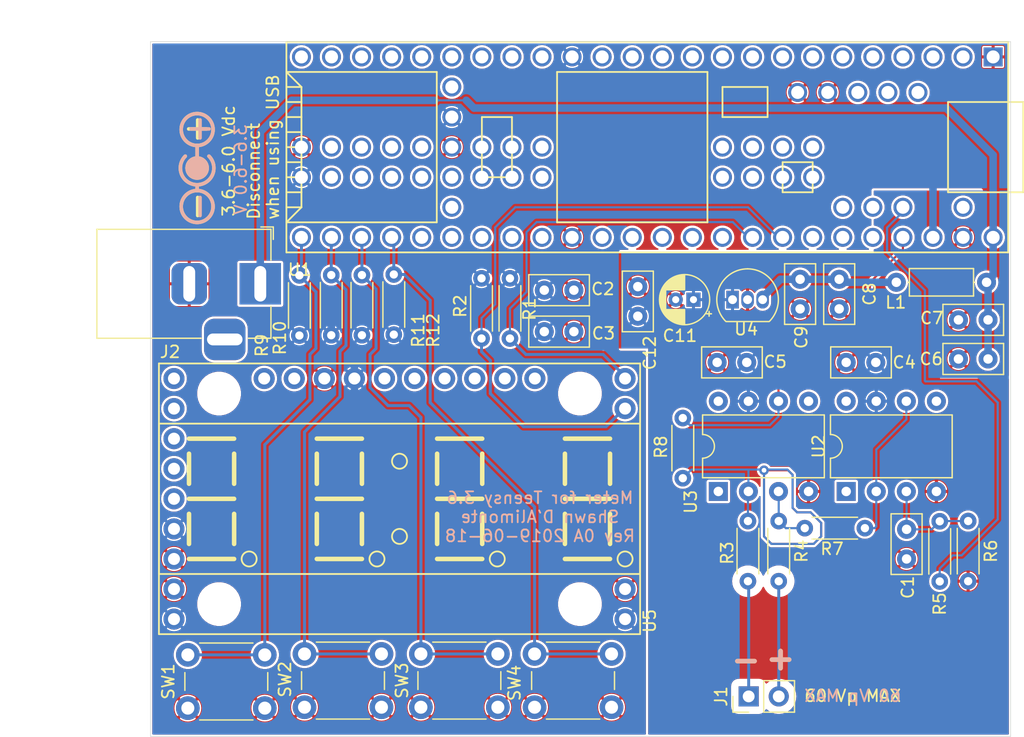
<source format=kicad_pcb>
(kicad_pcb (version 20171130) (host pcbnew "(5.1.2)-1")
  (layers (0 F.Cu signal) (31 B.Cu signal) (34 B.Paste user) (35 F.Paste user) (36 B.SilkS user) (37 F.SilkS user) (38 B.Mask user) (39 F.Mask user) (44 Edge.Cuts user))
  (net 0 "")
  (net 1 GNDA)
  (net 2 "Net-(C1-Pad1)")
  (net 3 GND)
  (net 4 +3V3)
  (net 5 +3.3VA)
  (net 6 +5V)
  (net 7 +5VA)
  (net 8 /INN)
  (net 9 /INP)
  (net 10 /SCL)
  (net 11 /SDA)
  (net 12 "Net-(R3-Pad1)")
  (net 13 "Net-(R4-Pad1)")
  (net 14 /AREF)
  (net 15 /MID)
  (net 16 /A9)
  (net 17 "Net-(R9-Pad2)")
  (net 18 "Net-(R10-Pad2)")
  (net 19 "Net-(R11-Pad2)")
  (net 20 "Net-(R12-Pad2)")
  (module footprints:Polarity_Center_Positive_3mm_SilkScreen (layer F.Cu) (at 118.364 75.692 90)
    (fp_text reference REF** hide)
    (fp_text value Polarity_Center_Positive_3mm_SilkScreen hide)
    (fp_text user - (at -3.25 -0.1 90) (layer F.SilkS) (effects (font (size 2 2) (thickness 0.3))))
    (fp_text user + (at 3.3 -0.1 90) (layer F.SilkS) (effects (font (size 2 2) (thickness 0.3))))
  )
  (module footprints:Polarity_Center_Positive_3mm_SilkScreen (layer B.Cu) (at 118.364 75.692 90)
    (fp_text reference REF** hide)
    (fp_text value Polarity_Center_Positive_3mm_SilkScreen hide)
    (fp_text user + (at 3.3 0.1 90) (layer B.SilkS) (effects (font (size 2 2) (thickness 0.3)) (justify mirror)))
    (fp_text user - (at -3.25 0.1 90) (layer B.SilkS) (effects (font (size 2 2) (thickness 0.3)) (justify mirror)))
  )
  (module Connector_BarrelJack:BarrelJack_Horizontal (layer F.Cu) (at 123.698 85.471)
    (fp_text reference J2 (at -7.62 5.75) (layer F.SilkS))
    (fp_text value Barrel_Jack)
    (pad 3 thru_hole roundrect (at -3 4.7) (size 3.5 3.5) (drill oval 3 1) (layers *.Cu *.Mask))
    (pad 2 thru_hole roundrect (at -6 0) (size 3 3.5) (drill oval 1 3) (layers *.Cu *.Mask) (net 3 GND))
    (pad 1 thru_hole rect (at 0 0) (size 3.5 3.5) (drill oval 1 3) (layers *.Cu *.Mask) (net 6 +5V))
  )
  (module Connector_PinHeader_2.54mm:PinHeader_1x02_P2.54mm_Vertical (layer F.Cu) (at 164.9476 120.3198 90)
    (fp_text reference J1 (at 0 -2.33 90) (layer F.SilkS))
    (fp_text value Conn_01x02)
    (pad 2 thru_hole oval (at 0 2.54 90) (size 1.7 1.7) (drill 1) (layers *.Cu *.Mask) (net 9 /INP) (clearance 0.635))
    (pad 1 thru_hole rect (at 0 0 90) (size 1.7 1.7) (drill 1) (layers *.Cu *.Mask) (net 8 /INN) (clearance 0.635))
  )
  (module teensy:Teensy35_36 (layer F.Cu) (at 156.385 73.929 180)
    (fp_text reference U1 (at 29.35 -10.35) (layer F.SilkS))
    (fp_text value Teensy3.6)
    (pad 17 thru_hole circle (at 11.43 7.62 180) (size 1.6 1.6) (drill 1.1) (layers *.Cu *.Mask))
    (pad 18 thru_hole circle (at 13.97 7.62 180) (size 1.6 1.6) (drill 1.1) (layers *.Cu *.Mask))
    (pad 19 thru_hole circle (at 16.51 7.62 180) (size 1.6 1.6) (drill 1.1) (layers *.Cu *.Mask))
    (pad 20 thru_hole circle (at 19.05 7.62 180) (size 1.6 1.6) (drill 1.1) (layers *.Cu *.Mask))
    (pad 16 thru_hole circle (at 8.89 7.62 180) (size 1.6 1.6) (drill 1.1) (layers *.Cu *.Mask))
    (pad 15 thru_hole circle (at 6.35 7.62 180) (size 1.6 1.6) (drill 1.1) (layers *.Cu *.Mask) (net 4 +3V3))
    (pad 14 thru_hole circle (at 3.81 7.62 180) (size 1.6 1.6) (drill 1.1) (layers *.Cu *.Mask))
    (pad 21 thru_hole circle (at 21.59 7.62 180) (size 1.6 1.6) (drill 1.1) (layers *.Cu *.Mask))
    (pad 22 thru_hole circle (at 24.13 7.62 180) (size 1.6 1.6) (drill 1.1) (layers *.Cu *.Mask))
    (pad 23 thru_hole circle (at 26.67 7.62 180) (size 1.6 1.6) (drill 1.1) (layers *.Cu *.Mask))
    (pad 24 thru_hole circle (at 29.21 7.62 180) (size 1.6 1.6) (drill 1.1) (layers *.Cu *.Mask))
    (pad 25 thru_hole circle (at 16.51 5.08 180) (size 1.6 1.6) (drill 1.1) (layers *.Cu *.Mask))
    (pad 26 thru_hole circle (at 16.51 2.54 180) (size 1.6 1.6) (drill 1.1) (layers *.Cu *.Mask) (net 4 +3V3))
    (pad 27 thru_hole circle (at 16.51 0 180) (size 1.6 1.6) (drill 1.1) (layers *.Cu *.Mask) (net 3 GND))
    (pad 28 thru_hole circle (at 16.51 -2.54 180) (size 1.6 1.6) (drill 1.1) (layers *.Cu *.Mask))
    (pad 29 thru_hole circle (at 16.51 -5.08 180) (size 1.6 1.6) (drill 1.1) (layers *.Cu *.Mask))
    (pad 30 thru_hole circle (at 29.21 -7.62 180) (size 1.6 1.6) (drill 1.1) (layers *.Cu *.Mask) (net 17 "Net-(R9-Pad2)"))
    (pad 31 thru_hole circle (at 26.67 -7.62 180) (size 1.6 1.6) (drill 1.1) (layers *.Cu *.Mask) (net 18 "Net-(R10-Pad2)"))
    (pad 32 thru_hole circle (at 24.13 -7.62 180) (size 1.6 1.6) (drill 1.1) (layers *.Cu *.Mask) (net 19 "Net-(R11-Pad2)"))
    (pad 33 thru_hole circle (at 21.59 -7.62 180) (size 1.6 1.6) (drill 1.1) (layers *.Cu *.Mask) (net 20 "Net-(R12-Pad2)"))
    (pad 34 thru_hole circle (at 19.05 -7.62 180) (size 1.6 1.6) (drill 1.1) (layers *.Cu *.Mask))
    (pad 35 thru_hole circle (at 16.51 -7.62 180) (size 1.6 1.6) (drill 1.1) (layers *.Cu *.Mask))
    (pad 36 thru_hole circle (at 13.97 -7.62 180) (size 1.6 1.6) (drill 1.1) (layers *.Cu *.Mask))
    (pad 37 thru_hole circle (at 11.43 -7.62 180) (size 1.6 1.6) (drill 1.1) (layers *.Cu *.Mask))
    (pad 13 thru_hole circle (at 1.27 7.62 180) (size 1.6 1.6) (drill 1.1) (layers *.Cu *.Mask))
    (pad 12 thru_hole circle (at -1.27 7.62 180) (size 1.6 1.6) (drill 1.1) (layers *.Cu *.Mask))
    (pad 11 thru_hole circle (at -3.81 7.62 180) (size 1.6 1.6) (drill 1.1) (layers *.Cu *.Mask))
    (pad 10 thru_hole circle (at -6.35 7.62 180) (size 1.6 1.6) (drill 1.1) (layers *.Cu *.Mask))
    (pad 9 thru_hole circle (at -8.89 7.62 180) (size 1.6 1.6) (drill 1.1) (layers *.Cu *.Mask))
    (pad 8 thru_hole circle (at -11.43 7.62 180) (size 1.6 1.6) (drill 1.1) (layers *.Cu *.Mask))
    (pad 7 thru_hole circle (at -13.97 7.62 180) (size 1.6 1.6) (drill 1.1) (layers *.Cu *.Mask))
    (pad 6 thru_hole circle (at -16.51 7.62 180) (size 1.6 1.6) (drill 1.1) (layers *.Cu *.Mask))
    (pad 5 thru_hole circle (at -19.05 7.62 180) (size 1.6 1.6) (drill 1.1) (layers *.Cu *.Mask))
    (pad 4 thru_hole circle (at -21.59 7.62 180) (size 1.6 1.6) (drill 1.1) (layers *.Cu *.Mask))
    (pad 3 thru_hole circle (at -24.13 7.62 180) (size 1.6 1.6) (drill 1.1) (layers *.Cu *.Mask))
    (pad 2 thru_hole circle (at -26.67 7.62 180) (size 1.6 1.6) (drill 1.1) (layers *.Cu *.Mask))
    (pad 1 thru_hole rect (at -29.21 7.62 180) (size 1.6 1.6) (drill 1.1) (layers *.Cu *.Mask) (net 3 GND))
    (pad 38 thru_hole circle (at 8.89 -7.62 180) (size 1.6 1.6) (drill 1.1) (layers *.Cu *.Mask))
    (pad 39 thru_hole circle (at 6.35 -7.62 180) (size 1.6 1.6) (drill 1.1) (layers *.Cu *.Mask) (net 3 GND))
    (pad 40 thru_hole circle (at 3.81 -7.62 180) (size 1.6 1.6) (drill 1.1) (layers *.Cu *.Mask))
    (pad 41 thru_hole circle (at 1.27 -7.62 180) (size 1.6 1.6) (drill 1.1) (layers *.Cu *.Mask))
    (pad 42 thru_hole circle (at -1.27 -7.62 180) (size 1.6 1.6) (drill 1.1) (layers *.Cu *.Mask))
    (pad 43 thru_hole circle (at -3.81 -7.62 180) (size 1.6 1.6) (drill 1.1) (layers *.Cu *.Mask))
    (pad 44 thru_hole circle (at -6.35 -7.62 180) (size 1.6 1.6) (drill 1.1) (layers *.Cu *.Mask))
    (pad 45 thru_hole circle (at -8.89 -7.62 180) (size 1.6 1.6) (drill 1.1) (layers *.Cu *.Mask) (net 11 /SDA))
    (pad 46 thru_hole circle (at -11.43 -7.62 180) (size 1.6 1.6) (drill 1.1) (layers *.Cu *.Mask) (net 10 /SCL))
    (pad 47 thru_hole circle (at -13.97 -7.62 180) (size 1.6 1.6) (drill 1.1) (layers *.Cu *.Mask))
    (pad 48 thru_hole circle (at -16.51 -7.62 180) (size 1.6 1.6) (drill 1.1) (layers *.Cu *.Mask))
    (pad 49 thru_hole circle (at -19.05 -7.62 180) (size 1.6 1.6) (drill 1.1) (layers *.Cu *.Mask))
    (pad 50 thru_hole circle (at -21.59 -7.62 180) (size 1.6 1.6) (drill 1.1) (layers *.Cu *.Mask) (net 16 /A9))
    (pad 51 thru_hole circle (at -24.13 -7.62 180) (size 1.6 1.6) (drill 1.1) (layers *.Cu *.Mask) (net 4 +3V3))
    (pad 52 thru_hole circle (at -26.67 -7.62 180) (size 1.6 1.6) (drill 1.1) (layers *.Cu *.Mask) (net 1 GNDA))
    (pad 53 thru_hole circle (at -29.21 -7.62 180) (size 1.6 1.6) (drill 1.1) (layers *.Cu *.Mask) (net 6 +5V))
    (pad 54 thru_hole circle (at -26.67 -5.08 180) (size 1.6 1.6) (drill 1.1) (layers *.Cu *.Mask))
    (pad 55 thru_hole circle (at -21.59 -5.08 180) (size 1.6 1.6) (drill 1.1) (layers *.Cu *.Mask) (net 14 /AREF))
    (pad 56 thru_hole circle (at -19.05 -5.08 180) (size 1.6 1.6) (drill 1.1) (layers *.Cu *.Mask))
    (pad 57 thru_hole circle (at -16.51 -5.08 180) (size 1.6 1.6) (drill 1.1) (layers *.Cu *.Mask))
    (pad 63 thru_hole circle (at -13.97 0 180) (size 1.6 1.6) (drill 1.1) (layers *.Cu *.Mask))
    (pad 64 thru_hole circle (at -11.43 0 180) (size 1.6 1.6) (drill 1.1) (layers *.Cu *.Mask))
    (pad 65 thru_hole circle (at -8.89 0 180) (size 1.6 1.6) (drill 1.1) (layers *.Cu *.Mask))
    (pad 66 thru_hole circle (at -6.35 0 180) (size 1.6 1.6) (drill 1.1) (layers *.Cu *.Mask))
    (pad 67 thru_hole circle (at 8.89 0 180) (size 1.6 1.6) (drill 1.1) (layers *.Cu *.Mask))
    (pad 68 thru_hole circle (at 11.43 0 180) (size 1.6 1.6) (drill 1.1) (layers *.Cu *.Mask))
    (pad 69 thru_hole circle (at 13.97 0 180) (size 1.6 1.6) (drill 1.1) (layers *.Cu *.Mask))
    (pad 70 thru_hole circle (at 19.05 0 180) (size 1.6 1.6) (drill 1.1) (layers *.Cu *.Mask))
    (pad 71 thru_hole circle (at 21.59 0 180) (size 1.6 1.6) (drill 1.1) (layers *.Cu *.Mask))
    (pad 72 thru_hole circle (at 24.13 0 180) (size 1.6 1.6) (drill 1.1) (layers *.Cu *.Mask))
    (pad 73 thru_hole circle (at 26.67 0 180) (size 1.6 1.6) (drill 1.1) (layers *.Cu *.Mask))
    (pad 74 thru_hole circle (at 29.21 0 180) (size 1.6 1.6) (drill 1.1) (layers *.Cu *.Mask) (net 3 GND))
    (pad 75 thru_hole circle (at 29.21 -2.54 180) (size 1.6 1.6) (drill 1.1) (layers *.Cu *.Mask) (net 4 +3V3))
    (pad 76 thru_hole circle (at 26.67 -2.54 180) (size 1.6 1.6) (drill 1.1) (layers *.Cu *.Mask))
    (pad 77 thru_hole circle (at 24.13 -2.54 180) (size 1.6 1.6) (drill 1.1) (layers *.Cu *.Mask))
    (pad 78 thru_hole circle (at 21.59 -2.54 180) (size 1.6 1.6) (drill 1.1) (layers *.Cu *.Mask))
    (pad 79 thru_hole circle (at 19.05 -2.54 180) (size 1.6 1.6) (drill 1.1) (layers *.Cu *.Mask))
    (pad 80 thru_hole circle (at 13.97 -2.54 180) (size 1.6 1.6) (drill 1.1) (layers *.Cu *.Mask))
    (pad 81 thru_hole circle (at 11.43 -2.54 180) (size 1.6 1.6) (drill 1.1) (layers *.Cu *.Mask))
    (pad 82 thru_hole circle (at 8.89 -2.54 180) (size 1.6 1.6) (drill 1.1) (layers *.Cu *.Mask))
    (pad 83 thru_hole circle (at -6.35 -2.54 180) (size 1.6 1.6) (drill 1.1) (layers *.Cu *.Mask))
    (pad 84 thru_hole circle (at -8.89 -2.54 180) (size 1.6 1.6) (drill 1.1) (layers *.Cu *.Mask))
    (pad 85 thru_hole circle (at -11.43 -2.54 180) (size 1.6 1.6) (drill 1.1) (layers *.Cu *.Mask))
    (pad 86 thru_hole circle (at -13.97 -2.54 180) (size 1.6 1.6) (drill 1.1) (layers *.Cu *.Mask))
    (pad 58 thru_hole circle (at -22.86 4.62 180) (size 1.6 1.6) (drill 1.1) (layers *.Cu *.Mask))
    (pad 59 thru_hole circle (at -20.32 4.62 180) (size 1.6 1.6) (drill 1.1) (layers *.Cu *.Mask))
    (pad 60 thru_hole circle (at -17.78 4.62 180) (size 1.6 1.6) (drill 1.1) (layers *.Cu *.Mask))
    (pad 61 thru_hole circle (at -15.24 4.62 180) (size 1.6 1.6) (drill 1.1) (layers *.Cu *.Mask) (net 3 GND))
    (pad 62 thru_hole circle (at -12.7 4.62 180) (size 1.6 1.6) (drill 1.1) (layers *.Cu *.Mask) (net 3 GND))
  )
  (module Package_DIP:DIP-8_W7.62mm (layer F.Cu) (at 162.385 103.01 90)
    (fp_text reference U3 (at -0.876 -2.33 90) (layer F.SilkS))
    (fp_text value "MCP6281RT-E_OT DIP")
    (pad 8 thru_hole oval (at 7.62 0 90) (size 1.6 1.6) (drill 0.8) (layers *.Cu *.Mask))
    (pad 4 thru_hole oval (at 0 7.62 90) (size 1.6 1.6) (drill 0.8) (layers *.Cu *.Mask) (net 1 GNDA))
    (pad 7 thru_hole oval (at 7.62 2.54 90) (size 1.6 1.6) (drill 0.8) (layers *.Cu *.Mask) (net 5 +3.3VA))
    (pad 3 thru_hole oval (at 0 5.08 90) (size 1.6 1.6) (drill 0.8) (layers *.Cu *.Mask) (net 13 "Net-(R4-Pad1)"))
    (pad 6 thru_hole oval (at 7.62 5.08 90) (size 1.6 1.6) (drill 0.8) (layers *.Cu *.Mask) (net 16 /A9))
    (pad 2 thru_hole oval (at 0 2.54 90) (size 1.6 1.6) (drill 0.8) (layers *.Cu *.Mask) (net 12 "Net-(R3-Pad1)"))
    (pad 5 thru_hole oval (at 7.62 7.62 90) (size 1.6 1.6) (drill 0.8) (layers *.Cu *.Mask))
    (pad 1 thru_hole rect (at 0 0 90) (size 1.6 1.6) (drill 0.8) (layers *.Cu *.Mask))
  )
  (module Package_DIP:DIP-8_W7.62mm (layer F.Cu) (at 173.185 103.01 90)
    (fp_text reference U2 (at 3.81 -2.33 90) (layer F.SilkS))
    (fp_text value "MCP6281RT-E_OT DIP")
    (pad 8 thru_hole oval (at 7.62 0 90) (size 1.6 1.6) (drill 0.8) (layers *.Cu *.Mask))
    (pad 4 thru_hole oval (at 0 7.62 90) (size 1.6 1.6) (drill 0.8) (layers *.Cu *.Mask) (net 1 GNDA))
    (pad 7 thru_hole oval (at 7.62 2.54 90) (size 1.6 1.6) (drill 0.8) (layers *.Cu *.Mask) (net 5 +3.3VA))
    (pad 3 thru_hole oval (at 0 5.08 90) (size 1.6 1.6) (drill 0.8) (layers *.Cu *.Mask) (net 2 "Net-(C1-Pad1)"))
    (pad 6 thru_hole oval (at 7.62 5.08 90) (size 1.6 1.6) (drill 0.8) (layers *.Cu *.Mask) (net 15 /MID))
    (pad 2 thru_hole oval (at 0 2.54 90) (size 1.6 1.6) (drill 0.8) (layers *.Cu *.Mask) (net 15 /MID))
    (pad 5 thru_hole oval (at 7.62 7.62 90) (size 1.6 1.6) (drill 0.8) (layers *.Cu *.Mask))
    (pad 1 thru_hole rect (at 0 0 90) (size 1.6 1.6) (drill 0.8) (layers *.Cu *.Mask))
  )
  (module Capacitor_THT:C_Disc_D5.0mm_W2.5mm_P2.50mm (layer F.Cu) (at 178.285 106.21 270)
    (fp_text reference C1 (at 4.9 -0.1 90) (layer F.SilkS))
    (fp_text value 100n)
    (pad 2 thru_hole circle (at 2.5 0 270) (size 1.6 1.6) (drill 0.8) (layers *.Cu *.Mask) (net 1 GNDA))
    (pad 1 thru_hole circle (at 0 0 270) (size 1.6 1.6) (drill 0.8) (layers *.Cu *.Mask) (net 2 "Net-(C1-Pad1)"))
  )
  (module Capacitor_THT:C_Disc_D5.0mm_W2.5mm_P2.50mm (layer F.Cu) (at 147.685 86.01)
    (fp_text reference C2 (at 4.95 -0.1) (layer F.SilkS))
    (fp_text value 1u)
    (pad 1 thru_hole circle (at 0 0) (size 1.6 1.6) (drill 0.8) (layers *.Cu *.Mask) (net 4 +3V3))
    (pad 2 thru_hole circle (at 2.5 0) (size 1.6 1.6) (drill 0.8) (layers *.Cu *.Mask) (net 3 GND))
  )
  (module Capacitor_THT:C_Disc_D5.0mm_W2.5mm_P2.50mm (layer F.Cu) (at 147.685 89.51)
    (fp_text reference C3 (at 5 0.15) (layer F.SilkS))
    (fp_text value 100n)
    (pad 1 thru_hole circle (at 0 0) (size 1.6 1.6) (drill 0.8) (layers *.Cu *.Mask) (net 4 +3V3))
    (pad 2 thru_hole circle (at 2.5 0) (size 1.6 1.6) (drill 0.8) (layers *.Cu *.Mask) (net 3 GND))
  )
  (module Capacitor_THT:C_Disc_D5.0mm_W2.5mm_P2.50mm (layer F.Cu) (at 175.685 92.11 180)
    (fp_text reference C4 (at -2.4 0) (layer F.SilkS))
    (fp_text value 100n)
    (pad 1 thru_hole circle (at 0 0 180) (size 1.6 1.6) (drill 0.8) (layers *.Cu *.Mask) (net 5 +3.3VA))
    (pad 2 thru_hole circle (at 2.5 0 180) (size 1.6 1.6) (drill 0.8) (layers *.Cu *.Mask) (net 1 GNDA))
  )
  (module Capacitor_THT:C_Disc_D5.0mm_W2.5mm_P2.50mm (layer F.Cu) (at 164.785 92.11 180)
    (fp_text reference C5 (at -2.4 0.05) (layer F.SilkS))
    (fp_text value 100n)
    (pad 2 thru_hole circle (at 2.5 0 180) (size 1.6 1.6) (drill 0.8) (layers *.Cu *.Mask) (net 1 GNDA))
    (pad 1 thru_hole circle (at 0 0 180) (size 1.6 1.6) (drill 0.8) (layers *.Cu *.Mask) (net 5 +3.3VA))
  )
  (module Capacitor_THT:C_Disc_D5.0mm_W2.5mm_P2.50mm (layer F.Cu) (at 185.166 91.821 180)
    (fp_text reference C6 (at 4.8 0) (layer F.SilkS))
    (fp_text value 1u)
    (pad 1 thru_hole circle (at 0 0 180) (size 1.6 1.6) (drill 0.8) (layers *.Cu *.Mask) (net 6 +5V))
    (pad 2 thru_hole circle (at 2.5 0 180) (size 1.6 1.6) (drill 0.8) (layers *.Cu *.Mask) (net 3 GND))
  )
  (module Capacitor_THT:C_Disc_D5.0mm_W2.5mm_P2.50mm (layer F.Cu) (at 185.166 88.519 180)
    (fp_text reference C7 (at 4.75 0.15) (layer F.SilkS))
    (fp_text value 100n)
    (pad 2 thru_hole circle (at 2.5 0 180) (size 1.6 1.6) (drill 0.8) (layers *.Cu *.Mask) (net 3 GND))
    (pad 1 thru_hole circle (at 0 0 180) (size 1.6 1.6) (drill 0.8) (layers *.Cu *.Mask) (net 6 +5V))
  )
  (module Capacitor_THT:C_Disc_D5.0mm_W2.5mm_P2.50mm (layer F.Cu) (at 172.593 85.09 270)
    (fp_text reference C8 (at 1.25 -2.56 90) (layer F.SilkS))
    (fp_text value 1u)
    (pad 1 thru_hole circle (at 0 0 270) (size 1.6 1.6) (drill 0.8) (layers *.Cu *.Mask) (net 7 +5VA))
    (pad 2 thru_hole circle (at 2.5 0 270) (size 1.6 1.6) (drill 0.8) (layers *.Cu *.Mask) (net 1 GNDA))
  )
  (module Capacitor_THT:C_Disc_D5.0mm_W2.5mm_P2.50mm (layer F.Cu) (at 169.291 85.09 270)
    (fp_text reference C9 (at 4.9 -0.1 90) (layer F.SilkS))
    (fp_text value 100n)
    (pad 2 thru_hole circle (at 2.5 0 270) (size 1.6 1.6) (drill 0.8) (layers *.Cu *.Mask) (net 1 GNDA))
    (pad 1 thru_hole circle (at 0 0 270) (size 1.6 1.6) (drill 0.8) (layers *.Cu *.Mask) (net 7 +5VA))
  )
  (module Capacitor_THT:CP_Radial_D4.0mm_P1.50mm (layer F.Cu) (at 160.285 86.81 180)
    (fp_text reference C11 (at 1.15 -3.05) (layer F.SilkS))
    (fp_text value 3u3)
    (pad 1 thru_hole rect (at 0 0 180) (size 1.2 1.2) (drill 0.6) (layers *.Cu *.Mask) (net 5 +3.3VA))
    (pad 2 thru_hole circle (at 1.5 0 180) (size 1.2 1.2) (drill 0.6) (layers *.Cu *.Mask) (net 1 GNDA))
  )
  (module Capacitor_THT:C_Disc_D5.0mm_W2.5mm_P2.50mm (layer F.Cu) (at 155.585 88.21 90)
    (fp_text reference C12 (at -3.1 1.006 90) (layer F.SilkS))
    (fp_text value 100n)
    (pad 2 thru_hole circle (at 2.5 0 90) (size 1.6 1.6) (drill 0.8) (layers *.Cu *.Mask) (net 1 GNDA))
    (pad 1 thru_hole circle (at 0 0 90) (size 1.6 1.6) (drill 0.8) (layers *.Cu *.Mask) (net 5 +3.3VA))
  )
  (module Inductor_THT:L_Axial_L5.3mm_D2.2mm_P7.62mm_Horizontal_Vishay_IM-1 (layer F.Cu) (at 177.419 85.344)
    (fp_text reference L1 (at -0.05 1.7) (layer F.SilkS))
    (fp_text value 600)
    (pad 1 thru_hole circle (at 0 0) (size 1.6 1.6) (drill 0.8) (layers *.Cu *.Mask) (net 7 +5VA))
    (pad 2 thru_hole oval (at 7.62 0) (size 1.6 1.6) (drill 0.8) (layers *.Cu *.Mask) (net 6 +5V))
  )
  (module Resistor_THT:R_Axial_DIN0204_L3.6mm_D1.6mm_P5.08mm_Horizontal (layer F.Cu) (at 144.785 85.01 270)
    (fp_text reference R1 (at 2.6 -1.65 90) (layer F.SilkS))
    (fp_text value 10k)
    (pad 2 thru_hole oval (at 5.08 0 270) (size 1.4 1.4) (drill 0.7) (layers *.Cu *.Mask) (net 11 /SDA))
    (pad 1 thru_hole circle (at 0 0 270) (size 1.4 1.4) (drill 0.7) (layers *.Cu *.Mask) (net 4 +3V3))
  )
  (module Resistor_THT:R_Axial_DIN0204_L3.6mm_D1.6mm_P5.08mm_Horizontal (layer F.Cu) (at 142.385 85.01 270)
    (fp_text reference R2 (at 2.35 1.8 90) (layer F.SilkS))
    (fp_text value 10k)
    (pad 1 thru_hole circle (at 0 0 270) (size 1.4 1.4) (drill 0.7) (layers *.Cu *.Mask) (net 4 +3V3))
    (pad 2 thru_hole oval (at 5.08 0 270) (size 1.4 1.4) (drill 0.7) (layers *.Cu *.Mask) (net 10 /SCL))
  )
  (module Resistor_THT:R_Axial_DIN0204_L3.6mm_D1.6mm_P5.08mm_Horizontal (layer F.Cu) (at 164.885 105.51 270)
    (fp_text reference R3 (at 2.7 1.75 90) (layer F.SilkS))
    (fp_text value 10MEG)
    (pad 2 thru_hole oval (at 5.08 0 270) (size 1.4 1.4) (drill 0.7) (layers *.Cu *.Mask) (net 8 /INN) (clearance 0.635))
    (pad 1 thru_hole circle (at 0 0 270) (size 1.4 1.4) (drill 0.7) (layers *.Cu *.Mask) (net 12 "Net-(R3-Pad1)"))
  )
  (module Resistor_THT:R_Axial_DIN0204_L3.6mm_D1.6mm_P5.08mm_Horizontal (layer F.Cu) (at 167.485 105.51 270)
    (fp_text reference R4 (at 2.54 -1.92 90) (layer F.SilkS))
    (fp_text value 10MEG)
    (pad 1 thru_hole circle (at 0 0 270) (size 1.4 1.4) (drill 0.7) (layers *.Cu *.Mask) (net 13 "Net-(R4-Pad1)"))
    (pad 2 thru_hole oval (at 5.08 0 270) (size 1.4 1.4) (drill 0.7) (layers *.Cu *.Mask) (net 9 /INP) (clearance 0.635))
  )
  (module Resistor_THT:R_Axial_DIN0204_L3.6mm_D1.6mm_P5.08mm_Horizontal (layer F.Cu) (at 181.085 110.61 90)
    (fp_text reference R5 (at -1.9 0 90) (layer F.SilkS))
    (fp_text value 10k)
    (pad 2 thru_hole oval (at 5.08 0 90) (size 1.4 1.4) (drill 0.7) (layers *.Cu *.Mask) (net 2 "Net-(C1-Pad1)"))
    (pad 1 thru_hole circle (at 0 0 90) (size 1.4 1.4) (drill 0.7) (layers *.Cu *.Mask) (net 14 /AREF))
  )
  (module Resistor_THT:R_Axial_DIN0204_L3.6mm_D1.6mm_P5.08mm_Horizontal (layer F.Cu) (at 183.485 105.51 270)
    (fp_text reference R6 (at 2.54 -1.92 90) (layer F.SilkS))
    (fp_text value 10k)
    (pad 1 thru_hole circle (at 0 0 270) (size 1.4 1.4) (drill 0.7) (layers *.Cu *.Mask) (net 2 "Net-(C1-Pad1)"))
    (pad 2 thru_hole oval (at 5.08 0 270) (size 1.4 1.4) (drill 0.7) (layers *.Cu *.Mask) (net 1 GNDA))
  )
  (module Resistor_THT:R_Axial_DIN0204_L3.6mm_D1.6mm_P5.08mm_Horizontal (layer F.Cu) (at 169.685 106.11)
    (fp_text reference R7 (at 2.3 1.75) (layer F.SilkS))
    (fp_text value 221k)
    (pad 1 thru_hole circle (at 0 0) (size 1.4 1.4) (drill 0.7) (layers *.Cu *.Mask) (net 13 "Net-(R4-Pad1)"))
    (pad 2 thru_hole oval (at 5.08 0) (size 1.4 1.4) (drill 0.7) (layers *.Cu *.Mask) (net 15 /MID))
  )
  (module Resistor_THT:R_Axial_DIN0204_L3.6mm_D1.6mm_P5.08mm_Horizontal (layer F.Cu) (at 159.385 96.81 270)
    (fp_text reference R8 (at 2.45 1.85 90) (layer F.SilkS))
    (fp_text value 221k)
    (pad 2 thru_hole oval (at 5.08 0 270) (size 1.4 1.4) (drill 0.7) (layers *.Cu *.Mask) (net 12 "Net-(R3-Pad1)"))
    (pad 1 thru_hole circle (at 0 0 270) (size 1.4 1.4) (drill 0.7) (layers *.Cu *.Mask) (net 16 /A9))
  )
  (module Resistor_THT:R_Axial_DIN0204_L3.6mm_D1.6mm_P5.08mm_Horizontal (layer F.Cu) (at 127 89.8398 90)
    (fp_text reference R9 (at -0.8382 -3.175 90) (layer F.SilkS))
    (fp_text value 10k)
    (pad 2 thru_hole oval (at 5.08 0 90) (size 1.4 1.4) (drill 0.7) (layers *.Cu *.Mask) (net 17 "Net-(R9-Pad2)"))
    (pad 1 thru_hole circle (at 0 0 90) (size 1.4 1.4) (drill 0.7) (layers *.Cu *.Mask) (net 4 +3V3))
  )
  (module Resistor_THT:R_Axial_DIN0204_L3.6mm_D1.6mm_P5.08mm_Horizontal (layer F.Cu) (at 129.6924 89.8144 90)
    (fp_text reference R10 (at -0.2286 -4.3434 90) (layer F.SilkS))
    (fp_text value 10k)
    (pad 1 thru_hole circle (at 0 0 90) (size 1.4 1.4) (drill 0.7) (layers *.Cu *.Mask) (net 4 +3V3))
    (pad 2 thru_hole oval (at 5.08 0 90) (size 1.4 1.4) (drill 0.7) (layers *.Cu *.Mask) (net 18 "Net-(R10-Pad2)"))
  )
  (module Resistor_THT:R_Axial_DIN0204_L3.6mm_D1.6mm_P5.08mm_Horizontal (layer F.Cu) (at 132.2832 89.8144 90)
    (fp_text reference R11 (at 0.4064 4.7498 90) (layer F.SilkS))
    (fp_text value 10k)
    (pad 2 thru_hole oval (at 5.08 0 90) (size 1.4 1.4) (drill 0.7) (layers *.Cu *.Mask) (net 19 "Net-(R11-Pad2)"))
    (pad 1 thru_hole circle (at 0 0 90) (size 1.4 1.4) (drill 0.7) (layers *.Cu *.Mask) (net 4 +3V3))
  )
  (module Resistor_THT:R_Axial_DIN0204_L3.6mm_D1.6mm_P5.08mm_Horizontal (layer F.Cu) (at 134.9756 89.7636 90)
    (fp_text reference R12 (at 0.3556 3.3274 90) (layer F.SilkS))
    (fp_text value 10k)
    (pad 1 thru_hole circle (at 0 0 90) (size 1.4 1.4) (drill 0.7) (layers *.Cu *.Mask) (net 4 +3V3))
    (pad 2 thru_hole oval (at 5.08 0 90) (size 1.4 1.4) (drill 0.7) (layers *.Cu *.Mask) (net 20 "Net-(R12-Pad2)"))
  )
  (module Button_Switch_THT:SW_PUSH_6mm_H4.3mm (layer F.Cu) (at 124.079 121.3104 180)
    (fp_text reference SW1 (at 8.15 2.25 270) (layer F.SilkS))
    (fp_text value SW_Push)
    (pad 1 thru_hole circle (at 6.5 0 270) (size 2 2) (drill 1.1) (layers *.Cu *.Mask) (net 3 GND))
    (pad 2 thru_hole circle (at 6.5 4.5 270) (size 2 2) (drill 1.1) (layers *.Cu *.Mask) (net 17 "Net-(R9-Pad2)"))
    (pad 1 thru_hole circle (at 0 0 270) (size 2 2) (drill 1.1) (layers *.Cu *.Mask) (net 3 GND))
    (pad 2 thru_hole circle (at 0 4.5 270) (size 2 2) (drill 1.1) (layers *.Cu *.Mask) (net 17 "Net-(R9-Pad2)"))
  )
  (module Button_Switch_THT:SW_PUSH_6mm_H4.3mm (layer F.Cu) (at 133.9342 121.2342 180)
    (fp_text reference SW2 (at 8.15 2.35 270) (layer F.SilkS))
    (fp_text value SW_Push)
    (pad 2 thru_hole circle (at 0 4.5 270) (size 2 2) (drill 1.1) (layers *.Cu *.Mask) (net 18 "Net-(R10-Pad2)"))
    (pad 1 thru_hole circle (at 0 0 270) (size 2 2) (drill 1.1) (layers *.Cu *.Mask) (net 3 GND))
    (pad 2 thru_hole circle (at 6.5 4.5 270) (size 2 2) (drill 1.1) (layers *.Cu *.Mask) (net 18 "Net-(R10-Pad2)"))
    (pad 1 thru_hole circle (at 6.5 0 270) (size 2 2) (drill 1.1) (layers *.Cu *.Mask) (net 3 GND))
  )
  (module Button_Switch_THT:SW_PUSH_6mm_H4.3mm (layer F.Cu) (at 143.764 121.2342 180)
    (fp_text reference SW3 (at 8.1 2.25 270) (layer F.SilkS))
    (fp_text value SW_Push)
    (pad 2 thru_hole circle (at 0 4.5 270) (size 2 2) (drill 1.1) (layers *.Cu *.Mask) (net 19 "Net-(R11-Pad2)"))
    (pad 1 thru_hole circle (at 0 0 270) (size 2 2) (drill 1.1) (layers *.Cu *.Mask) (net 3 GND))
    (pad 2 thru_hole circle (at 6.5 4.5 270) (size 2 2) (drill 1.1) (layers *.Cu *.Mask) (net 19 "Net-(R11-Pad2)"))
    (pad 1 thru_hole circle (at 6.5 0 270) (size 2 2) (drill 1.1) (layers *.Cu *.Mask) (net 3 GND))
  )
  (module Button_Switch_THT:SW_PUSH_6mm_H4.3mm (layer F.Cu) (at 153.3652 121.2342 180)
    (fp_text reference SW4 (at 8.2 2.05 90) (layer F.SilkS))
    (fp_text value SW_Push)
    (pad 1 thru_hole circle (at 6.5 0 270) (size 2 2) (drill 1.1) (layers *.Cu *.Mask) (net 3 GND))
    (pad 2 thru_hole circle (at 6.5 4.5 270) (size 2 2) (drill 1.1) (layers *.Cu *.Mask) (net 20 "Net-(R12-Pad2)"))
    (pad 1 thru_hole circle (at 0 0 270) (size 2 2) (drill 1.1) (layers *.Cu *.Mask) (net 3 GND))
    (pad 2 thru_hole circle (at 0 4.5 270) (size 2 2) (drill 1.1) (layers *.Cu *.Mask) (net 20 "Net-(R12-Pad2)"))
  )
  (module Package_TO_SOT_THT:TO-92_Inline (layer F.Cu) (at 163.585 86.81)
    (fp_text reference U4 (at 1.15 2.5) (layer F.SilkS))
    (fp_text value LP2950-3.3_TO92)
    (pad 2 thru_hole oval (at 1.27 0) (size 1.05 1.5) (drill 0.75) (layers *.Cu *.Mask) (net 1 GNDA))
    (pad 3 thru_hole oval (at 2.54 0) (size 1.05 1.5) (drill 0.75) (layers *.Cu *.Mask) (net 7 +5VA))
    (pad 1 thru_hole rect (at 0 0) (size 1.05 1.5) (drill 0.75) (layers *.Cu *.Mask) (net 5 +3.3VA))
  )
  (module footprints:SparkFun_7seg (layer F.Cu) (at 135.4582 103.632)
    (fp_text reference U5 (at 21.1328 10.3124 270) (layer F.SilkS))
    (fp_text value SparkFun_7seg)
    (pad 1 thru_hole circle (at -19.05 -10.16) (size 1.778 1.778) (drill 1.016) (layers *.Cu *.Mask))
    (pad 2 thru_hole circle (at -19.05 -7.62) (size 1.778 1.778) (drill 1.016) (layers *.Cu *.Mask))
    (pad 3 thru_hole circle (at -19.05 -5.08) (size 1.778 1.778) (drill 1.016) (layers *.Cu *.Mask))
    (pad 4 thru_hole circle (at -19.05 -2.54) (size 1.778 1.778) (drill 1.016) (layers *.Cu *.Mask))
    (pad 5 thru_hole circle (at -19.05 0) (size 1.778 1.778) (drill 1.016) (layers *.Cu *.Mask))
    (pad 6 thru_hole circle (at -19.05 2.54) (size 1.778 1.778) (drill 1.016) (layers *.Cu *.Mask) (net 4 +3V3))
    (pad 7 thru_hole circle (at -19.05 5.08) (size 1.778 1.778) (drill 1.016) (layers *.Cu *.Mask) (net 3 GND))
    (pad 8 thru_hole circle (at -19.05 7.62) (size 1.778 1.778) (drill 1.016) (layers *.Cu *.Mask) (net 3 GND))
    (pad 9 thru_hole circle (at -19.05 10.16) (size 1.778 1.778) (drill 1.016) (layers *.Cu *.Mask) (net 4 +3V3))
    (pad 10 thru_hole circle (at 19.05 10.16) (size 1.778 1.778) (drill 1.016) (layers *.Cu *.Mask) (net 4 +3V3))
    (pad 11 thru_hole circle (at 19.05 7.62) (size 1.778 1.778) (drill 1.016) (layers *.Cu *.Mask) (net 3 GND))
    (pad 12 thru_hole circle (at 19.05 -7.62) (size 1.778 1.778) (drill 1.016) (layers *.Cu *.Mask) (net 10 /SCL))
    (pad 13 thru_hole circle (at 19.05 -10.16) (size 1.778 1.778) (drill 1.016) (layers *.Cu *.Mask) (net 11 /SDA))
    (pad 14 thru_hole circle (at 11.43 -10.16) (size 1.778 1.778) (drill 1.016) (layers *.Cu *.Mask))
    (pad 15 thru_hole circle (at 8.89 -10.16) (size 1.778 1.778) (drill 1.016) (layers *.Cu *.Mask))
    (pad 16 thru_hole circle (at 6.35 -10.16) (size 1.778 1.778) (drill 1.016) (layers *.Cu *.Mask))
    (pad 17 thru_hole circle (at 3.81 -10.16) (size 1.778 1.778) (drill 1.016) (layers *.Cu *.Mask))
    (pad 18 thru_hole circle (at 1.27 -10.16) (size 1.778 1.778) (drill 1.016) (layers *.Cu *.Mask))
    (pad 19 thru_hole circle (at -1.27 -10.16) (size 1.778 1.778) (drill 1.016) (layers *.Cu *.Mask))
    (pad 20 thru_hole circle (at -3.81 -10.16) (size 1.778 1.778) (drill 1.016) (layers *.Cu *.Mask) (net 4 +3V3))
    (pad 21 thru_hole circle (at -6.35 -10.16) (size 1.778 1.778) (drill 1.016) (layers *.Cu *.Mask) (net 3 GND))
    (pad 22 thru_hole circle (at -8.89 -10.16) (size 1.778 1.778) (drill 1.016) (layers *.Cu *.Mask))
    (pad 23 thru_hole circle (at -11.43 -10.16) (size 1.778 1.778) (drill 1.016) (layers *.Cu *.Mask))
    (pad "" np_thru_hole circle (at -15.24 -8.89) (size 3.302 3.302) (drill 3.302) (layers *.Cu *.Mask))
    (pad "" np_thru_hole circle (at -15.24 8.89) (size 3.302 3.302) (drill 3.302) (layers *.Cu *.Mask))
    (pad "" np_thru_hole circle (at 15.24 8.89) (size 3.302 3.302) (drill 3.302) (layers *.Cu *.Mask))
    (pad "" np_thru_hole circle (at 15.24 -8.89) (size 3.302 3.302) (drill 3.302) (layers *.Cu *.Mask))
  )
  (gr_text "3.6-6.0 V" (at 122.047 75.819 90) (layer B.SilkS) (effects (font (size 1 1)) (justify mirror)))
  (gr_text "Meter for Teensy 3.6\nShawn D'Alimonte\nRev 0A 2019-06-18\n" (at 147.32 105.156) (layer B.SilkS) (effects (font (size 1 1)) (justify mirror)))
  (gr_text "60 Vp MAX" (at 173.736 120.269) (layer B.SilkS) (effects (font (size 1 1)) (justify mirror)))
  (gr_text - (at 164.719 117.475 180) (layer B.SilkS) (effects (font (size 1.905 1.905) (thickness 0.381)) (justify mirror)))
  (gr_text + (at 167.64 117.348 180) (layer B.SilkS) (effects (font (size 1.905 1.905) (thickness 0.381)) (justify mirror)))
  (gr_text + (at 167.64 117.348 180) (layer F.SilkS) (effects (font (size 1.905 1.905) (thickness 0.381))))
  (gr_text - (at 164.719 117.475 180) (layer F.SilkS) (effects (font (size 1.905 1.905) (thickness 0.381))))
  (gr_text "60 Vp MAX" (at 173.736 120.269) (layer F.SilkS) (effects (font (size 1 1))))
  (gr_text "Disconnect\nwhen using USB" (at 123.952 80.137 90) (layer F.SilkS) (effects (font (size 1 1)) (justify left)))
  (gr_text "3.6-6.0 Vdc" (at 121.031 79.883 90) (layer F.SilkS) (effects (font (size 1 1)) (justify left)))
  (gr_line (start 187.071 123.698) (end 114.427 123.698) (layer Edge.Cuts) (width 0.05))
  (gr_line (start 187.071 65.024) (end 187.071 123.698) (layer Edge.Cuts) (width 0.05))
  (gr_line (start 114.427 65.024) (end 187.071 65.024) (layer Edge.Cuts) (width 0.05))
  (gr_line (start 114.427 123.698) (end 114.427 65.024) (layer Edge.Cuts) (width 0.05))
  (segment (start 181.105 105.51) (end 181.085 105.53) (width 0.1778) (layer B.Cu) (net 2))
  (segment (start 183.485 105.51) (end 181.105 105.51) (width 0.1778) (layer B.Cu) (net 2))
  (segment (start 178.285 103.03) (end 178.265 103.01) (width 0.1778) (layer B.Cu) (net 2))
  (segment (start 178.285 106.21) (end 178.285 103.03) (width 0.1778) (layer B.Cu) (net 2))
  (segment (start 180.405 106.21) (end 181.085 105.53) (width 0.1778) (layer B.Cu) (net 2))
  (segment (start 178.285 106.21) (end 180.405 106.21) (width 0.1778) (layer B.Cu) (net 2))
  (segment (start 180.515 81.549) (end 180.515 77.168) (width 0.635) (layer B.Cu) (net 4))
  (segment (start 129.6924 88.824451) (end 129.667 88.799051) (width 0.635) (layer B.Cu) (net 4))
  (segment (start 129.6924 89.8144) (end 129.6924 88.824451) (width 0.635) (layer B.Cu) (net 4))
  (segment (start 129.667 88.799051) (end 129.667 88.265) (width 0.635) (layer B.Cu) (net 4))
  (segment (start 131.699 91.694) (end 131.826 91.567) (width 0.635) (layer B.Cu) (net 4))
  (segment (start 131.699 92.163965) (end 131.699 91.694) (width 0.635) (layer B.Cu) (net 4))
  (segment (start 131.6482 93.472) (end 131.6482 92.214765) (width 0.635) (layer B.Cu) (net 4))
  (segment (start 131.6482 92.214765) (end 131.699 92.163965) (width 0.635) (layer B.Cu) (net 4))
  (segment (start 131.6482 94.729235) (end 131.699 94.780035) (width 0.635) (layer B.Cu) (net 4))
  (segment (start 131.6482 93.472) (end 131.6482 94.729235) (width 0.635) (layer B.Cu) (net 4))
  (segment (start 131.699 94.780035) (end 131.699 96.012) (width 0.635) (layer B.Cu) (net 4))
  (segment (start 131.699 96.012) (end 131.699 95.758) (width 0.635) (layer B.Cu) (net 4))
  (segment (start 123.698 85.471) (end 123.698 72.644) (width 0.635) (layer B.Cu) (net 6))
  (segment (start 123.698 72.644) (end 126.365 69.977) (width 0.635) (layer B.Cu) (net 6))
  (segment (start 126.365 69.977) (end 138.43 69.977) (width 0.635) (layer B.Cu) (net 6))
  (segment (start 138.43 69.977) (end 141.097 69.977) (width 0.1778) (layer B.Cu) (net 6))
  (segment (start 141.746501 70.626501) (end 181.624501 70.626501) (width 0.635) (layer B.Cu) (net 6))
  (segment (start 141.097 69.977) (end 141.746501 70.626501) (width 0.635) (layer B.Cu) (net 6))
  (segment (start 185.595 74.597) (end 185.595 81.549) (width 0.635) (layer B.Cu) (net 6))
  (segment (start 181.624501 70.626501) (end 185.595 74.597) (width 0.635) (layer B.Cu) (net 6))
  (segment (start 185.595 84.788) (end 185.039 85.344) (width 0.635) (layer B.Cu) (net 6))
  (segment (start 185.595 81.549) (end 185.595 84.788) (width 0.635) (layer B.Cu) (net 6))
  (segment (start 185.166 85.471) (end 185.039 85.344) (width 0.635) (layer B.Cu) (net 6))
  (segment (start 185.166 88.519) (end 185.166 85.471) (width 0.635) (layer B.Cu) (net 6))
  (segment (start 185.166 91.821) (end 185.166 88.519) (width 0.635) (layer B.Cu) (net 6))
  (segment (start 172.847 85.344) (end 172.593 85.09) (width 0.635) (layer B.Cu) (net 7))
  (segment (start 177.419 85.344) (end 172.847 85.344) (width 0.635) (layer B.Cu) (net 7))
  (segment (start 172.593 85.09) (end 169.291 85.09) (width 0.635) (layer B.Cu) (net 7))
  (segment (start 166.125 86.81) (end 166.125 86.605) (width 0.635) (layer B.Cu) (net 7))
  (segment (start 167.64 85.09) (end 169.291 85.09) (width 0.635) (layer B.Cu) (net 7))
  (segment (start 166.125 86.605) (end 167.64 85.09) (width 0.635) (layer B.Cu) (net 7))
  (segment (start 164.9476 110.6526) (end 164.885 110.59) (width 0.25) (layer B.Cu) (net 8))
  (segment (start 164.9476 120.3198) (end 164.9476 110.6526) (width 0.25) (layer B.Cu) (net 8))
  (segment (start 167.4876 110.5926) (end 167.485 110.59) (width 0.25) (layer B.Cu) (net 9))
  (segment (start 167.4876 120.3198) (end 167.4876 110.5926) (width 0.25) (layer B.Cu) (net 9))
  (segment (start 142.365 90.11) (end 142.385 90.09) (width 0.1778) (layer B.Cu) (net 10))
  (segment (start 142.385 90.09) (end 142.385 88.36) (width 0.1778) (layer B.Cu) (net 10))
  (segment (start 142.385 88.36) (end 143.535 87.21) (width 0.1778) (layer B.Cu) (net 10))
  (segment (start 143.535 87.21) (end 143.535 80.71) (width 0.1778) (layer B.Cu) (net 10))
  (segment (start 143.535 80.71) (end 145.235 79.01) (width 0.1778) (layer B.Cu) (net 10))
  (segment (start 145.235 79.01) (end 163.535 79.01) (width 0.1778) (layer B.Cu) (net 10))
  (segment (start 164.895 79.01) (end 167.815 81.93) (width 0.1778) (layer B.Cu) (net 10))
  (segment (start 163.535 79.01) (end 164.895 79.01) (width 0.1778) (layer B.Cu) (net 10))
  (segment (start 154.5082 95.9358) (end 154.5082 95.6056) (width 0.25) (layer B.Cu) (net 10))
  (segment (start 142.385 91.204) (end 143.129 91.948) (width 0.25) (layer B.Cu) (net 10))
  (segment (start 143.129 91.948) (end 143.129 94.742) (width 0.25) (layer B.Cu) (net 10))
  (segment (start 143.129 94.742) (end 145.923 97.536) (width 0.25) (layer B.Cu) (net 10))
  (segment (start 145.923 97.536) (end 152.908 97.536) (width 0.25) (layer B.Cu) (net 10))
  (segment (start 142.385 90.09) (end 142.385 91.204) (width 0.25) (layer B.Cu) (net 10))
  (segment (start 152.908 97.536) (end 154.5082 95.9358) (width 0.25) (layer B.Cu) (net 10))
  (segment (start 163.605 80.26) (end 165.275 81.93) (width 0.1778) (layer B.Cu) (net 11))
  (segment (start 147.035 80.26) (end 163.605 80.26) (width 0.1778) (layer B.Cu) (net 11))
  (segment (start 146.185 81.11) (end 147.035 80.26) (width 0.1778) (layer B.Cu) (net 11))
  (segment (start 146.185 86.16) (end 146.185 81.11) (width 0.1778) (layer B.Cu) (net 11))
  (segment (start 144.785 90.09) (end 144.785 87.56) (width 0.1778) (layer B.Cu) (net 11))
  (segment (start 144.785 87.56) (end 146.185 86.16) (width 0.1778) (layer B.Cu) (net 11))
  (segment (start 146.135 91.44) (end 144.785 90.09) (width 0.25) (layer B.Cu) (net 11))
  (segment (start 152.654 91.44) (end 146.135 91.44) (width 0.25) (layer B.Cu) (net 11))
  (segment (start 154.5082 93.0656) (end 154.2796 93.0656) (width 0.25) (layer B.Cu) (net 11))
  (segment (start 154.2796 93.0656) (end 152.654 91.44) (width 0.25) (layer B.Cu) (net 11))
  (segment (start 164.885 103.05) (end 164.925 103.01) (width 0.1778) (layer B.Cu) (net 12))
  (segment (start 164.885 105.51) (end 164.885 103.05) (width 0.1778) (layer B.Cu) (net 12))
  (segment (start 160.115 101.16) (end 159.385 101.89) (width 0.1778) (layer B.Cu) (net 12))
  (segment (start 164.925 101.18) (end 164.905 101.16) (width 0.1778) (layer B.Cu) (net 12))
  (segment (start 164.925 103.01) (end 164.925 101.18) (width 0.1778) (layer B.Cu) (net 12))
  (segment (start 164.905 101.16) (end 160.115 101.16) (width 0.1778) (layer B.Cu) (net 12))
  (segment (start 164.905 101.16) (end 168.089 101.16) (width 0.1778) (layer B.Cu) (net 12))
  (segment (start 168.089 101.16) (end 168.216 101.16) (width 0.1778) (layer B.Cu) (net 12))
  (segment (start 168.216 101.16) (end 168.656 101.6) (width 0.1778) (layer B.Cu) (net 12))
  (segment (start 168.656 101.6) (end 168.656 104.267) (width 0.1778) (layer B.Cu) (net 12))
  (segment (start 168.656 104.267) (end 168.656 104.394) (width 0.1778) (layer B.Cu) (net 12))
  (segment (start 168.656 104.394) (end 169.037 104.775) (width 0.1778) (layer B.Cu) (net 12))
  (segment (start 169.037 104.775) (end 170.18 104.775) (width 0.1778) (layer B.Cu) (net 12))
  (segment (start 170.18 104.775) (end 171.069 105.664) (width 0.1778) (layer B.Cu) (net 12))
  (segment (start 171.069 105.664) (end 171.069 106.807) (width 0.1778) (layer B.Cu) (net 12))
  (segment (start 171.069 106.807) (end 170.434 107.442) (width 0.1778) (layer B.Cu) (net 12))
  (segment (start 170.434 107.442) (end 166.878 107.442) (width 0.1778) (layer B.Cu) (net 12))
  (segment (start 166.878 107.442) (end 166.243 106.807) (width 0.1778) (layer B.Cu) (net 12))
  (segment (start 166.243 106.807) (end 166.243 101.219) (width 0.1778) (layer B.Cu) (net 12))
  (segment (start 166.243 101.219) (end 166.243 101.219) (width 0.1778) (layer B.Cu) (net 12))
  (via (at 166.243 101.219) (size 0.8) (drill 0.4) (layers F.Cu B.Cu) (net 12))
  (segment (start 168.656 101.6) (end 168.275 101.219) (width 0.1778) (layer F.Cu) (net 12))
  (segment (start 169.037 104.775) (end 168.656 104.394) (width 0.1778) (layer F.Cu) (net 12))
  (segment (start 170.18 104.775) (end 169.037 104.775) (width 0.1778) (layer F.Cu) (net 12))
  (segment (start 166.243 106.807) (end 166.878 107.442) (width 0.1778) (layer F.Cu) (net 12))
  (segment (start 166.243 101.219) (end 166.243 106.807) (width 0.1778) (layer F.Cu) (net 12))
  (segment (start 168.656 104.394) (end 168.656 101.6) (width 0.1778) (layer F.Cu) (net 12))
  (segment (start 166.878 107.442) (end 170.434 107.442) (width 0.1778) (layer F.Cu) (net 12))
  (segment (start 168.275 101.219) (end 166.624 101.219) (width 0.1778) (layer F.Cu) (net 12))
  (segment (start 171.069 106.807) (end 171.069 105.664) (width 0.1778) (layer F.Cu) (net 12))
  (segment (start 170.434 107.442) (end 171.069 106.807) (width 0.1778) (layer F.Cu) (net 12))
  (segment (start 171.069 105.664) (end 170.18 104.775) (width 0.1778) (layer F.Cu) (net 12))
  (segment (start 167.485 103.03) (end 167.465 103.01) (width 0.1778) (layer B.Cu) (net 13))
  (segment (start 167.485 105.51) (end 167.485 103.03) (width 0.1778) (layer B.Cu) (net 13))
  (segment (start 168.085 106.11) (end 167.485 105.51) (width 0.1778) (layer B.Cu) (net 13))
  (segment (start 169.685 106.11) (end 168.085 106.11) (width 0.1778) (layer B.Cu) (net 13))
  (segment (start 176.635 80.73) (end 177.975 79.39) (width 0.1778) (layer B.Cu) (net 14))
  (segment (start 176.635 82.826) (end 176.635 80.73) (width 0.1778) (layer B.Cu) (net 14))
  (segment (start 179.832 86.023) (end 176.635 82.826) (width 0.1778) (layer B.Cu) (net 14))
  (segment (start 179.832 93.657) (end 179.832 86.023) (width 0.1778) (layer B.Cu) (net 14))
  (segment (start 179.885 93.71) (end 179.832 93.657) (width 0.1778) (layer B.Cu) (net 14))
  (segment (start 184.185 93.71) (end 179.885 93.71) (width 0.1778) (layer B.Cu) (net 14))
  (segment (start 181.085 110.61) (end 181.085 109.51) (width 0.1778) (layer B.Cu) (net 14))
  (segment (start 181.085 109.51) (end 182.185 108.41) (width 0.1778) (layer B.Cu) (net 14))
  (segment (start 182.185 108.41) (end 182.935 108.41) (width 0.1778) (layer B.Cu) (net 14))
  (segment (start 182.935 108.41) (end 185.985 105.36) (width 0.1778) (layer B.Cu) (net 14))
  (segment (start 185.985 105.36) (end 185.985 95.51) (width 0.1778) (layer B.Cu) (net 14))
  (segment (start 185.985 95.51) (end 184.185 93.71) (width 0.1778) (layer B.Cu) (net 14))
  (segment (start 174.765 106.11) (end 175.585 106.11) (width 0.1778) (layer B.Cu) (net 15))
  (segment (start 175.725 105.97) (end 175.725 103.01) (width 0.1778) (layer B.Cu) (net 15))
  (segment (start 175.585 106.11) (end 175.725 105.97) (width 0.1778) (layer B.Cu) (net 15))
  (segment (start 175.725 103.01) (end 175.725 99.47) (width 0.1778) (layer B.Cu) (net 15))
  (segment (start 175.725 99.47) (end 178.265 96.93) (width 0.1778) (layer B.Cu) (net 15))
  (segment (start 178.265 96.93) (end 178.265 95.39) (width 0.1778) (layer B.Cu) (net 15))
  (segment (start 177.975 81.93) (end 177.975 82.57) (width 0.1778) (layer F.Cu) (net 16))
  (segment (start 177.975 82.57) (end 175.185 85.36) (width 0.1778) (layer F.Cu) (net 16))
  (segment (start 175.185 85.36) (end 175.185 88.36) (width 0.1778) (layer F.Cu) (net 16))
  (segment (start 175.185 88.36) (end 173.685 89.86) (width 0.1778) (layer F.Cu) (net 16))
  (segment (start 173.685 89.86) (end 169.685 89.86) (width 0.1778) (layer F.Cu) (net 16))
  (segment (start 169.685 89.86) (end 167.465 92.08) (width 0.1778) (layer F.Cu) (net 16))
  (segment (start 167.465 96.68) (end 167.465 95.39) (width 0.1778) (layer B.Cu) (net 16))
  (segment (start 166.735 97.41) (end 167.465 96.68) (width 0.1778) (layer B.Cu) (net 16))
  (segment (start 159.385 96.81) (end 159.985 97.41) (width 0.1778) (layer B.Cu) (net 16))
  (segment (start 159.985 97.41) (end 166.735 97.41) (width 0.1778) (layer B.Cu) (net 16))
  (segment (start 167.465 95.39) (end 167.465 92.08) (width 0.1778) (layer F.Cu) (net 16))
  (segment (start 127.175 84.5848) (end 127 84.7598) (width 0.25) (layer B.Cu) (net 17))
  (segment (start 127.175 81.93) (end 127.175 84.5848) (width 0.25) (layer B.Cu) (net 17))
  (segment (start 117.579 116.8104) (end 124.079 116.8104) (width 0.25) (layer B.Cu) (net 17))
  (segment (start 124.079 116.8104) (end 124.079 99.06) (width 0.25) (layer B.Cu) (net 17))
  (segment (start 124.079 99.06) (end 127.889 95.25) (width 0.25) (layer B.Cu) (net 17))
  (segment (start 127.889 95.25) (end 127.889 91.44) (width 0.25) (layer B.Cu) (net 17))
  (segment (start 127.889 91.44) (end 128.397 90.932) (width 0.25) (layer B.Cu) (net 17))
  (segment (start 128.397 86.1568) (end 127 84.7598) (width 0.25) (layer B.Cu) (net 17))
  (segment (start 128.397 90.932) (end 128.397 86.1568) (width 0.25) (layer B.Cu) (net 17))
  (segment (start 129.6924 81.9526) (end 129.715 81.93) (width 0.25) (layer B.Cu) (net 18))
  (segment (start 129.6924 84.7344) (end 129.6924 81.9526) (width 0.25) (layer B.Cu) (net 18))
  (segment (start 133.9342 116.7342) (end 127.4342 116.7342) (width 0.25) (layer B.Cu) (net 18))
  (segment (start 130.937 85.979) (end 129.6924 84.7344) (width 0.25) (layer B.Cu) (net 18))
  (segment (start 130.937 90.678) (end 130.937 85.979) (width 0.25) (layer B.Cu) (net 18))
  (segment (start 130.429 91.186) (end 130.937 90.678) (width 0.25) (layer B.Cu) (net 18))
  (segment (start 130.429 94.996) (end 130.429 91.186) (width 0.25) (layer B.Cu) (net 18))
  (segment (start 127.4342 116.7342) (end 127.4342 97.9908) (width 0.25) (layer B.Cu) (net 18))
  (segment (start 127.4342 97.9908) (end 130.429 94.996) (width 0.25) (layer B.Cu) (net 18))
  (segment (start 132.2832 81.9582) (end 132.255 81.93) (width 0.25) (layer B.Cu) (net 19))
  (segment (start 132.2832 84.7344) (end 132.2832 81.9582) (width 0.25) (layer B.Cu) (net 19))
  (segment (start 137.264 116.7342) (end 143.764 116.7342) (width 0.25) (layer B.Cu) (net 19))
  (segment (start 137.264 116.7342) (end 137.264 96.751) (width 0.25) (layer B.Cu) (net 19))
  (segment (start 137.264 96.751) (end 136.271 95.758) (width 0.25) (layer B.Cu) (net 19))
  (segment (start 136.271 95.758) (end 134.493 95.758) (width 0.25) (layer B.Cu) (net 19))
  (segment (start 134.493 95.758) (end 132.969 94.234) (width 0.25) (layer B.Cu) (net 19))
  (segment (start 132.969 94.234) (end 132.969 91.44) (width 0.25) (layer B.Cu) (net 19))
  (segment (start 132.969 91.44) (end 133.477 90.932) (width 0.25) (layer B.Cu) (net 19))
  (segment (start 133.477 85.9282) (end 132.2832 84.7344) (width 0.25) (layer B.Cu) (net 19))
  (segment (start 133.477 90.932) (end 133.477 85.9282) (width 0.25) (layer B.Cu) (net 19))
  (segment (start 146.8652 116.7342) (end 146.8652 104.3202) (width 0.25) (layer B.Cu) (net 20))
  (segment (start 146.8652 104.3202) (end 138.049 95.504) (width 0.25) (layer B.Cu) (net 20))
  (segment (start 138.049 95.504) (end 138.049 86.868) (width 0.25) (layer B.Cu) (net 20))
  (segment (start 135.8646 84.6836) (end 134.9756 84.6836) (width 0.25) (layer B.Cu) (net 20))
  (segment (start 138.049 86.868) (end 135.8646 84.6836) (width 0.25) (layer B.Cu) (net 20))
  (segment (start 134.9756 82.1106) (end 134.795 81.93) (width 0.25) (layer B.Cu) (net 20))
  (segment (start 134.9756 84.6836) (end 134.9756 82.1106) (width 0.25) (layer B.Cu) (net 20))
  (segment (start 146.8652 116.7342) (end 153.3652 116.7342) (width 0.25) (layer B.Cu) (net 20))
  (zone (net 1) (net_name GNDA) (layer F.Cu) (priority 1) (connect_pads (clearance 0.127)) (min_thickness 0.127) (fill yes (arc_segments 32) (thermal_gap 0.127) (thermal_bridge_width 0.254))
    (polygon (pts (xy 184.531 82.804) (xy 184.531 77.597) (xy 175.514 77.597) (xy 175.514 82.804) (xy 152.654 82.804) (xy 152.654 90.932) (xy 156.464 90.932) (xy 156.464 123.698) (xy 187.071 123.698) (xy 187.071 93.472) (xy 181.102 93.472) (xy 181.102 82.804)))
  )
  (zone (net 3) (net_name GND) (layer F.Cu) (connect_pads (clearance 0.127)) (min_thickness 0.127) (fill yes (arc_segments 32) (thermal_gap 0.127) (thermal_bridge_width 0.254))
    (polygon (pts (xy 114.427 65.024) (xy 114.427 123.698) (xy 156.464 123.698) (xy 156.464 90.932) (xy 152.654 90.932) (xy 152.654 82.804) (xy 175.514 82.804) (xy 175.514 77.597) (xy 184.531 77.597) (xy 184.531 82.804) (xy 181.102 82.804) (xy 181.102 93.472) (xy 187.071 93.472) (xy 187.071 65.024)))
  )
  (zone (net 4) (net_name +3V3) (layer B.Cu) (connect_pads (clearance 0.127)) (min_thickness 0.127) (fill yes (arc_segments 32) (thermal_gap 0.127) (thermal_bridge_width 0.254))
    (polygon (pts (xy 114.427 65.024) (xy 187.071 65.024) (xy 187.071 77.597) (xy 175.514 77.597) (xy 175.514 82.804) (xy 154.305 82.804) (xy 154.305 90.932) (xy 156.464 90.932) (xy 156.464 123.698) (xy 114.427 123.698)))
  )
  (zone (net 5) (net_name +3.3VA) (layer B.Cu) (priority 1) (connect_pads (clearance 0.127)) (min_thickness 0.127) (fill yes (arc_segments 32) (thermal_gap 0.127) (thermal_bridge_width 0.254))
    (polygon (pts (xy 156.464 123.698) (xy 156.464 90.932) (xy 154.178 90.932) (xy 154.178 82.804) (xy 175.514 82.804) (xy 175.514 77.597) (xy 187.071 77.597) (xy 187.071 123.698)))
  )
)
</source>
